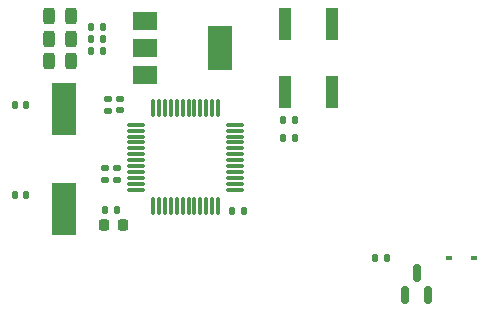
<source format=gbr>
%TF.GenerationSoftware,KiCad,Pcbnew,(6.0.7)*%
%TF.CreationDate,2022-09-05T20:23:25-07:00*%
%TF.ProjectId,EB4,4542342e-6b69-4636-9164-5f7063625858,rev?*%
%TF.SameCoordinates,Original*%
%TF.FileFunction,Paste,Top*%
%TF.FilePolarity,Positive*%
%FSLAX46Y46*%
G04 Gerber Fmt 4.6, Leading zero omitted, Abs format (unit mm)*
G04 Created by KiCad (PCBNEW (6.0.7)) date 2022-09-05 20:23:25*
%MOMM*%
%LPD*%
G01*
G04 APERTURE LIST*
G04 Aperture macros list*
%AMRoundRect*
0 Rectangle with rounded corners*
0 $1 Rounding radius*
0 $2 $3 $4 $5 $6 $7 $8 $9 X,Y pos of 4 corners*
0 Add a 4 corners polygon primitive as box body*
4,1,4,$2,$3,$4,$5,$6,$7,$8,$9,$2,$3,0*
0 Add four circle primitives for the rounded corners*
1,1,$1+$1,$2,$3*
1,1,$1+$1,$4,$5*
1,1,$1+$1,$6,$7*
1,1,$1+$1,$8,$9*
0 Add four rect primitives between the rounded corners*
20,1,$1+$1,$2,$3,$4,$5,0*
20,1,$1+$1,$4,$5,$6,$7,0*
20,1,$1+$1,$6,$7,$8,$9,0*
20,1,$1+$1,$8,$9,$2,$3,0*%
G04 Aperture macros list end*
%ADD10R,0.600000X0.450000*%
%ADD11RoundRect,0.243750X-0.243750X-0.456250X0.243750X-0.456250X0.243750X0.456250X-0.243750X0.456250X0*%
%ADD12RoundRect,0.140000X0.170000X-0.140000X0.170000X0.140000X-0.170000X0.140000X-0.170000X-0.140000X0*%
%ADD13RoundRect,0.075000X-0.662500X-0.075000X0.662500X-0.075000X0.662500X0.075000X-0.662500X0.075000X0*%
%ADD14RoundRect,0.075000X-0.075000X-0.662500X0.075000X-0.662500X0.075000X0.662500X-0.075000X0.662500X0*%
%ADD15RoundRect,0.135000X-0.135000X-0.185000X0.135000X-0.185000X0.135000X0.185000X-0.135000X0.185000X0*%
%ADD16RoundRect,0.140000X0.140000X0.170000X-0.140000X0.170000X-0.140000X-0.170000X0.140000X-0.170000X0*%
%ADD17RoundRect,0.150000X0.150000X-0.587500X0.150000X0.587500X-0.150000X0.587500X-0.150000X-0.587500X0*%
%ADD18RoundRect,0.140000X-0.140000X-0.170000X0.140000X-0.170000X0.140000X0.170000X-0.140000X0.170000X0*%
%ADD19RoundRect,0.135000X0.135000X0.185000X-0.135000X0.185000X-0.135000X-0.185000X0.135000X-0.185000X0*%
%ADD20R,1.000000X2.800000*%
%ADD21R,2.000000X1.500000*%
%ADD22R,2.000000X3.800000*%
%ADD23RoundRect,0.225000X-0.225000X-0.250000X0.225000X-0.250000X0.225000X0.250000X-0.225000X0.250000X0*%
%ADD24R,2.000000X4.500000*%
G04 APERTURE END LIST*
D10*
%TO.C,D4*%
X108995500Y-85344000D03*
X111095500Y-85344000D03*
%TD*%
D11*
%TO.C,D2*%
X75072000Y-66802000D03*
X76947000Y-66802000D03*
%TD*%
D12*
%TO.C,C6*%
X80835500Y-78740000D03*
X80835500Y-77780000D03*
%TD*%
D13*
%TO.C,U1*%
X82515000Y-74085000D03*
X82515000Y-74585000D03*
X82515000Y-75085000D03*
X82515000Y-75585000D03*
X82515000Y-76085000D03*
X82515000Y-76585000D03*
X82515000Y-77085000D03*
X82515000Y-77585000D03*
X82515000Y-78085000D03*
X82515000Y-78585000D03*
X82515000Y-79085000D03*
X82515000Y-79585000D03*
D14*
X83927500Y-80997500D03*
X84427500Y-80997500D03*
X84927500Y-80997500D03*
X85427500Y-80997500D03*
X85927500Y-80997500D03*
X86427500Y-80997500D03*
X86927500Y-80997500D03*
X87427500Y-80997500D03*
X87927500Y-80997500D03*
X88427500Y-80997500D03*
X88927500Y-80997500D03*
X89427500Y-80997500D03*
D13*
X90840000Y-79585000D03*
X90840000Y-79085000D03*
X90840000Y-78585000D03*
X90840000Y-78085000D03*
X90840000Y-77585000D03*
X90840000Y-77085000D03*
X90840000Y-76585000D03*
X90840000Y-76085000D03*
X90840000Y-75585000D03*
X90840000Y-75085000D03*
X90840000Y-74585000D03*
X90840000Y-74085000D03*
D14*
X89427500Y-72672500D03*
X88927500Y-72672500D03*
X88427500Y-72672500D03*
X87927500Y-72672500D03*
X87427500Y-72672500D03*
X86927500Y-72672500D03*
X86427500Y-72672500D03*
X85927500Y-72672500D03*
X85427500Y-72672500D03*
X84927500Y-72672500D03*
X84427500Y-72672500D03*
X83927500Y-72672500D03*
%TD*%
D12*
%TO.C,C2*%
X80073500Y-72898000D03*
X80073500Y-71938000D03*
%TD*%
D15*
%TO.C,R1*%
X78674500Y-67818000D03*
X79694500Y-67818000D03*
%TD*%
D16*
%TO.C,C10*%
X95920500Y-73660000D03*
X94960500Y-73660000D03*
%TD*%
D17*
%TO.C,Q1*%
X105285500Y-88489000D03*
X107185500Y-88489000D03*
X106235500Y-86614000D03*
%TD*%
D16*
%TO.C,C7*%
X73187500Y-72390000D03*
X72227500Y-72390000D03*
%TD*%
D18*
%TO.C,C9*%
X79875500Y-81280000D03*
X80835500Y-81280000D03*
%TD*%
D16*
%TO.C,C8*%
X73187500Y-80010000D03*
X72227500Y-80010000D03*
%TD*%
D19*
%TO.C,R4*%
X103697500Y-85344000D03*
X102677500Y-85344000D03*
%TD*%
D16*
%TO.C,C3*%
X91602500Y-81407000D03*
X90642500Y-81407000D03*
%TD*%
D12*
%TO.C,C1*%
X81089500Y-72870000D03*
X81089500Y-71910000D03*
%TD*%
D11*
%TO.C,D3*%
X75072000Y-64897000D03*
X76947000Y-64897000D03*
%TD*%
D15*
%TO.C,R2*%
X78674500Y-66802000D03*
X79694500Y-66802000D03*
%TD*%
D12*
%TO.C,C4*%
X79819500Y-78740000D03*
X79819500Y-77780000D03*
%TD*%
D20*
%TO.C,SW1*%
X95091500Y-65553000D03*
X95091500Y-71353000D03*
X99091500Y-71353000D03*
X99091500Y-65553000D03*
%TD*%
D16*
%TO.C,C5*%
X95920500Y-75184000D03*
X94960500Y-75184000D03*
%TD*%
D15*
%TO.C,R3*%
X78674500Y-65786000D03*
X79694500Y-65786000D03*
%TD*%
D11*
%TO.C,D1*%
X75072000Y-68707000D03*
X76947000Y-68707000D03*
%TD*%
D21*
%TO.C,U2*%
X83273500Y-65264000D03*
X83273500Y-67564000D03*
D22*
X89573500Y-67564000D03*
D21*
X83273500Y-69864000D03*
%TD*%
D23*
%TO.C,C11*%
X79806500Y-82550000D03*
X81356500Y-82550000D03*
%TD*%
D24*
%TO.C,Y1*%
X76390500Y-81212000D03*
X76390500Y-72712000D03*
%TD*%
M02*

</source>
